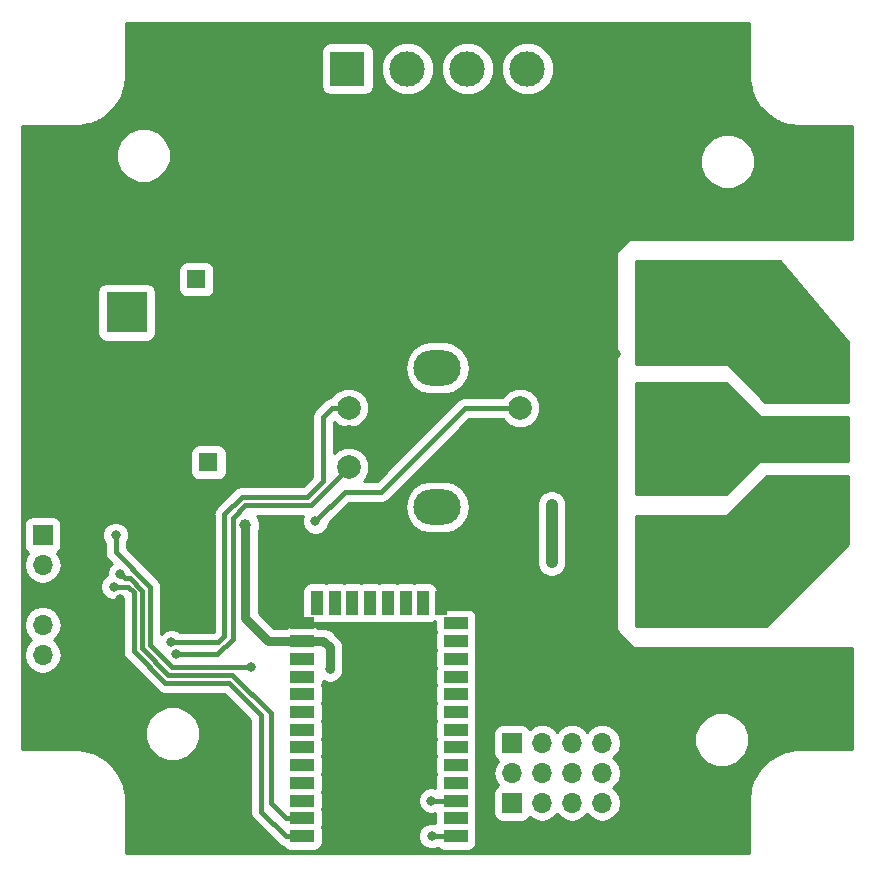
<source format=gbl>
G04 #@! TF.GenerationSoftware,KiCad,Pcbnew,(5.0.0)*
G04 #@! TF.CreationDate,2020-03-26T00:34:20-06:00*
G04 #@! TF.ProjectId,RGB_LEDController,5247425F4C4544436F6E74726F6C6C65,rev?*
G04 #@! TF.SameCoordinates,Original*
G04 #@! TF.FileFunction,Copper,L2,Bot,Signal*
G04 #@! TF.FilePolarity,Positive*
%FSLAX46Y46*%
G04 Gerber Fmt 4.6, Leading zero omitted, Abs format (unit mm)*
G04 Created by KiCad (PCBNEW (5.0.0)) date 03/26/20 00:34:20*
%MOMM*%
%LPD*%
G01*
G04 APERTURE LIST*
G04 #@! TA.AperFunction,SMDPad,CuDef*
%ADD10R,2.000000X1.000000*%
G04 #@! TD*
G04 #@! TA.AperFunction,SMDPad,CuDef*
%ADD11R,1.000000X2.000000*%
G04 #@! TD*
G04 #@! TA.AperFunction,ComponentPad*
%ADD12C,1.600000*%
G04 #@! TD*
G04 #@! TA.AperFunction,ComponentPad*
%ADD13R,1.600000X1.600000*%
G04 #@! TD*
G04 #@! TA.AperFunction,ComponentPad*
%ADD14O,1.700000X1.700000*%
G04 #@! TD*
G04 #@! TA.AperFunction,ComponentPad*
%ADD15R,1.700000X1.700000*%
G04 #@! TD*
G04 #@! TA.AperFunction,ComponentPad*
%ADD16C,2.000000*%
G04 #@! TD*
G04 #@! TA.AperFunction,ComponentPad*
%ADD17O,4.000000X3.000000*%
G04 #@! TD*
G04 #@! TA.AperFunction,ComponentPad*
%ADD18C,3.000000*%
G04 #@! TD*
G04 #@! TA.AperFunction,ComponentPad*
%ADD19R,3.000000X3.000000*%
G04 #@! TD*
G04 #@! TA.AperFunction,ComponentPad*
%ADD20R,3.500000X3.500000*%
G04 #@! TD*
G04 #@! TA.AperFunction,ViaPad*
%ADD21C,0.800000*%
G04 #@! TD*
G04 #@! TA.AperFunction,ViaPad*
%ADD22C,1.000000*%
G04 #@! TD*
G04 #@! TA.AperFunction,Conductor*
%ADD23C,1.000000*%
G04 #@! TD*
G04 #@! TA.AperFunction,Conductor*
%ADD24C,0.400000*%
G04 #@! TD*
G04 #@! TA.AperFunction,Conductor*
%ADD25C,0.800000*%
G04 #@! TD*
G04 #@! TA.AperFunction,Conductor*
%ADD26C,0.254000*%
G04 #@! TD*
G04 APERTURE END LIST*
D10*
G04 #@! TO.P,U1,1*
G04 #@! TO.N,/hc05TX*
X124470000Y-119640000D03*
G04 #@! TO.P,U1,2*
G04 #@! TO.N,/hc05RX*
X124470000Y-118140000D03*
G04 #@! TO.P,U1,3*
G04 #@! TO.N,N/C*
X124470000Y-116640000D03*
G04 #@! TO.P,U1,4*
X124470000Y-115140000D03*
G04 #@! TO.P,U1,5*
X124470000Y-113640000D03*
G04 #@! TO.P,U1,6*
X124470000Y-112140000D03*
G04 #@! TO.P,U1,7*
X124470000Y-110640000D03*
G04 #@! TO.P,U1,8*
X124470000Y-109140000D03*
G04 #@! TO.P,U1,9*
X124470000Y-107640000D03*
G04 #@! TO.P,U1,10*
X124470000Y-106140000D03*
G04 #@! TO.P,U1,11*
X124470000Y-104640000D03*
G04 #@! TO.P,U1,12*
G04 #@! TO.N,+3V3*
X124470000Y-103140000D03*
G04 #@! TO.P,U1,13*
G04 #@! TO.N,GND*
X124470000Y-101640000D03*
D11*
G04 #@! TO.P,U1,14*
G04 #@! TO.N,N/C*
X125720000Y-99890000D03*
G04 #@! TO.P,U1,15*
X127220000Y-99890000D03*
G04 #@! TO.P,U1,16*
X128720000Y-99890000D03*
G04 #@! TO.P,U1,17*
X130220000Y-99890000D03*
G04 #@! TO.P,U1,18*
X131720000Y-99890000D03*
G04 #@! TO.P,U1,19*
X133220000Y-99890000D03*
G04 #@! TO.P,U1,20*
X134720000Y-99890000D03*
G04 #@! TO.P,U1,21*
G04 #@! TO.N,GND*
X136220000Y-99890000D03*
D10*
G04 #@! TO.P,U1,22*
G04 #@! TO.N,N/C*
X137470000Y-101640000D03*
G04 #@! TO.P,U1,23*
X137470000Y-103140000D03*
G04 #@! TO.P,U1,24*
X137470000Y-104640000D03*
G04 #@! TO.P,U1,25*
X137470000Y-106140000D03*
G04 #@! TO.P,U1,26*
X137470000Y-107640000D03*
G04 #@! TO.P,U1,27*
X137470000Y-109140000D03*
G04 #@! TO.P,U1,28*
X137470000Y-110640000D03*
G04 #@! TO.P,U1,29*
X137470000Y-112140000D03*
G04 #@! TO.P,U1,30*
X137470000Y-113640000D03*
G04 #@! TO.P,U1,31*
X137470000Y-115140000D03*
G04 #@! TO.P,U1,32*
G04 #@! TO.N,/hc05STATE*
X137470000Y-116640000D03*
G04 #@! TO.P,U1,33*
G04 #@! TO.N,N/C*
X137470000Y-118140000D03*
G04 #@! TO.P,U1,34*
G04 #@! TO.N,/hc05KEY*
X137470000Y-119640000D03*
G04 #@! TD*
D12*
G04 #@! TO.P,C3,2*
G04 #@! TO.N,GND*
X113030000Y-88000000D03*
D13*
G04 #@! TO.P,C3,1*
G04 #@! TO.N,+3V3*
X116530000Y-88000000D03*
G04 #@! TD*
D14*
G04 #@! TO.P,J2,5*
G04 #@! TO.N,/PGC*
X102490000Y-104310000D03*
G04 #@! TO.P,J2,4*
G04 #@! TO.N,/PGD*
X102490000Y-101770000D03*
G04 #@! TO.P,J2,3*
G04 #@! TO.N,GND*
X102490000Y-99230000D03*
G04 #@! TO.P,J2,2*
G04 #@! TO.N,+3V3*
X102490000Y-96690000D03*
D15*
G04 #@! TO.P,J2,1*
G04 #@! TO.N,/MCLR*
X102490000Y-94150000D03*
G04 #@! TD*
D16*
G04 #@! TO.P,SW1,B*
G04 #@! TO.N,/encB*
X128410000Y-88400000D03*
G04 #@! TO.P,SW1,C*
G04 #@! TO.N,GND*
X128410000Y-85900000D03*
G04 #@! TO.P,SW1,A*
G04 #@! TO.N,/encA*
X128410000Y-83400000D03*
D17*
G04 #@! TO.P,SW1,GND*
G04 #@! TO.N,N/C*
X135910000Y-91800000D03*
X135910000Y-80000000D03*
D16*
G04 #@! TO.P,SW1,2*
G04 #@! TO.N,GND*
X142910000Y-88400000D03*
G04 #@! TO.P,SW1,1*
G04 #@! TO.N,/encSW1*
X142910000Y-83400000D03*
G04 #@! TD*
D12*
G04 #@! TO.P,C2,2*
G04 #@! TO.N,GND*
X115500000Y-69000000D03*
D13*
G04 #@! TO.P,C2,1*
G04 #@! TO.N,+12V*
X115500000Y-72500000D03*
G04 #@! TD*
D14*
G04 #@! TO.P,J3,10*
G04 #@! TO.N,GND*
X152400000Y-114300000D03*
G04 #@! TO.P,J3,9*
X152400000Y-116840000D03*
G04 #@! TO.P,J3,8*
G04 #@! TO.N,+12V*
X149860000Y-114300000D03*
G04 #@! TO.P,J3,7*
X149860000Y-116840000D03*
G04 #@! TO.P,J3,6*
G04 #@! TO.N,+3V3*
X147320000Y-114300000D03*
G04 #@! TO.P,J3,5*
X147320000Y-116840000D03*
G04 #@! TO.P,J3,4*
G04 #@! TO.N,/extern4*
X144780000Y-114300000D03*
G04 #@! TO.P,J3,3*
G04 #@! TO.N,/extern6*
X144780000Y-116840000D03*
G04 #@! TO.P,J3,2*
G04 #@! TO.N,/extern3*
X142240000Y-114300000D03*
D15*
G04 #@! TO.P,J3,1*
G04 #@! TO.N,/extern5*
X142240000Y-116840000D03*
G04 #@! TD*
D14*
G04 #@! TO.P,J4,5*
G04 #@! TO.N,GND*
X152400000Y-111760000D03*
G04 #@! TO.P,J4,4*
G04 #@! TO.N,+12V*
X149860000Y-111760000D03*
G04 #@! TO.P,J4,3*
G04 #@! TO.N,+3V3*
X147320000Y-111760000D03*
G04 #@! TO.P,J4,2*
G04 #@! TO.N,/extern2*
X144780000Y-111760000D03*
D15*
G04 #@! TO.P,J4,1*
G04 #@! TO.N,/extern1*
X142240000Y-111760000D03*
G04 #@! TD*
D18*
G04 #@! TO.P,J5,3*
G04 #@! TO.N,/Blue*
X167180000Y-91110000D03*
G04 #@! TO.P,J5,2*
G04 #@! TO.N,/Green*
X167180000Y-86030000D03*
D19*
G04 #@! TO.P,J5,1*
G04 #@! TO.N,/Red*
X167180000Y-80950000D03*
G04 #@! TD*
D18*
G04 #@! TO.P,J6,4*
G04 #@! TO.N,/tiraLED4*
X143540000Y-54670000D03*
D19*
G04 #@! TO.P,J6,1*
G04 #@! TO.N,/tiraLED1*
X128300000Y-54670000D03*
D18*
G04 #@! TO.P,J6,3*
G04 #@! TO.N,/tiraLED3*
X138460000Y-54670000D03*
G04 #@! TO.P,J6,2*
G04 #@! TO.N,/tiraLED2*
X133380000Y-54670000D03*
G04 #@! TD*
D20*
G04 #@! TO.P,J7,3*
G04 #@! TO.N,GND*
X106600000Y-80000000D03*
G04 #@! TO.P,J7,2*
X102600000Y-75300000D03*
G04 #@! TO.P,J7,1*
G04 #@! TO.N,+12V*
X109600000Y-75300000D03*
G04 #@! TD*
D21*
G04 #@! TO.N,GND*
X108880000Y-102510000D03*
X109050000Y-99570000D03*
X116530000Y-100470000D03*
X131030000Y-105000000D03*
X148800000Y-78800000D03*
X150000000Y-78800000D03*
X151000000Y-78800000D03*
X148800000Y-90000000D03*
X149800000Y-90000000D03*
X150800000Y-90000000D03*
X148800000Y-101400000D03*
X149800000Y-101400000D03*
X150800000Y-101400000D03*
X125000000Y-80000000D03*
X125000000Y-78500000D03*
X125000000Y-81500000D03*
X107400000Y-109400000D03*
X142500000Y-78790000D03*
X170600000Y-60100000D03*
X127400000Y-118200000D03*
X161800000Y-51200000D03*
D22*
G04 #@! TO.N,+12V*
X145590000Y-91580000D03*
X145590000Y-96470000D03*
D21*
G04 #@! TO.N,/Blue*
X160000000Y-99000000D03*
X160000000Y-95000000D03*
X168000000Y-95000000D03*
X162000000Y-101000000D03*
X162000000Y-97000000D03*
X164000000Y-99000000D03*
X166000000Y-97000000D03*
X164000000Y-95000000D03*
X164000000Y-91000000D03*
X170000000Y-91000000D03*
G04 #@! TO.N,/Green*
X170000000Y-86000000D03*
X160000000Y-86000000D03*
X164000000Y-86000000D03*
X160000000Y-90000000D03*
X160000000Y-82000000D03*
G04 #@! TO.N,/Red*
X166000000Y-76000000D03*
X164000000Y-74000000D03*
X162000000Y-72000000D03*
X160000000Y-74000000D03*
X162000000Y-76000000D03*
X160000000Y-78000000D03*
X164000000Y-78000000D03*
X170000000Y-80000000D03*
X164000000Y-82000000D03*
X168000000Y-78000000D03*
G04 #@! TO.N,/MCLR*
X108680000Y-94150000D03*
X120140000Y-105320000D03*
G04 #@! TO.N,/encB*
X113820000Y-104230000D03*
G04 #@! TO.N,/encA*
X113380000Y-103260000D03*
G04 #@! TO.N,/encSW1*
X125590000Y-93000000D03*
D22*
G04 #@! TO.N,+3V3*
X119660000Y-93320000D03*
D21*
X126810000Y-105540000D03*
G04 #@! TO.N,/hc05KEY*
X135440000Y-119640000D03*
G04 #@! TO.N,/hc05STATE*
X135410000Y-116640000D03*
G04 #@! TO.N,/hc05TX*
X108510000Y-98530000D03*
G04 #@! TO.N,/hc05RX*
X109060000Y-97440000D03*
G04 #@! TD*
D23*
G04 #@! TO.N,+12V*
X145590000Y-91580000D02*
X145590000Y-96470000D01*
D24*
G04 #@! TO.N,/MCLR*
X118790000Y-105320000D02*
X120140000Y-105320000D01*
X113450000Y-105320000D02*
X118790000Y-105320000D01*
X111580000Y-103450000D02*
X113450000Y-105320000D01*
X111580000Y-98520000D02*
X111580000Y-103450000D01*
X108680000Y-94150000D02*
X108680000Y-95620000D01*
X108680000Y-95620000D02*
X111580000Y-98520000D01*
G04 #@! TO.N,/encB*
X117300000Y-104230000D02*
X113820000Y-104230000D01*
X118580000Y-102950000D02*
X117300000Y-104230000D01*
X118580000Y-92700000D02*
X118580000Y-102950000D01*
X119670000Y-91610000D02*
X118580000Y-92700000D01*
X128410000Y-88400000D02*
X125200000Y-91610000D01*
X125200000Y-91610000D02*
X119670000Y-91610000D01*
G04 #@! TO.N,/encA*
X124920000Y-90960000D02*
X126260000Y-89620000D01*
X126260000Y-89620000D02*
X126260000Y-84130000D01*
X126990000Y-83400000D02*
X128410000Y-83400000D01*
X126260000Y-84130000D02*
X126990000Y-83400000D01*
X120700000Y-90960000D02*
X119350000Y-90960000D01*
X120700000Y-90960000D02*
X124920000Y-90960000D01*
X119350000Y-90960000D02*
X117890000Y-92420000D01*
X117890000Y-92420000D02*
X117890000Y-102750000D01*
X117380000Y-103260000D02*
X113380000Y-103260000D01*
X117890000Y-102750000D02*
X117380000Y-103260000D01*
G04 #@! TO.N,/encSW1*
X125590000Y-93000000D02*
X128090000Y-90500000D01*
X128090000Y-90500000D02*
X131150000Y-90500000D01*
X138250000Y-83400000D02*
X142910000Y-83400000D01*
X131150000Y-90500000D02*
X138250000Y-83400000D01*
D25*
G04 #@! TO.N,+3V3*
X121610000Y-103140000D02*
X119660000Y-101190000D01*
X124470000Y-103140000D02*
X121610000Y-103140000D01*
X119660000Y-93320000D02*
X119660000Y-101190000D01*
X126810000Y-104974315D02*
X126810000Y-105540000D01*
X126810000Y-103680000D02*
X126810000Y-104974315D01*
X126270000Y-103140000D02*
X126810000Y-103680000D01*
X124470000Y-103140000D02*
X126270000Y-103140000D01*
D24*
G04 #@! TO.N,/hc05KEY*
X137470000Y-119640000D02*
X135440000Y-119640000D01*
G04 #@! TO.N,/hc05STATE*
X137470000Y-116640000D02*
X135410000Y-116640000D01*
G04 #@! TO.N,/hc05TX*
X118260000Y-106660000D02*
X121000000Y-109400000D01*
X112890000Y-106660000D02*
X118260000Y-106660000D01*
X108510000Y-98530000D02*
X109720000Y-98530000D01*
X109720000Y-98530000D02*
X110210000Y-99020000D01*
X110210000Y-99020000D02*
X110210000Y-103980000D01*
X110210000Y-103980000D02*
X112890000Y-106660000D01*
X121000000Y-117570000D02*
X121000000Y-116680000D01*
X123070000Y-119640000D02*
X121000000Y-117570000D01*
X124470000Y-119640000D02*
X123070000Y-119640000D01*
X121000000Y-109400000D02*
X121000000Y-116680000D01*
G04 #@! TO.N,/hc05RX*
X118570000Y-105970000D02*
X121800000Y-109200000D01*
X113140000Y-105970000D02*
X118570000Y-105970000D01*
X109060000Y-97440000D02*
X109459999Y-97839999D01*
X109459999Y-97839999D02*
X109878541Y-97839999D01*
X109878541Y-97839999D02*
X110900000Y-98861458D01*
X110900000Y-103730000D02*
X113140000Y-105970000D01*
X110900000Y-98861458D02*
X110900000Y-103730000D01*
X123070000Y-118140000D02*
X121800000Y-116870000D01*
X124470000Y-118140000D02*
X123070000Y-118140000D01*
X121800000Y-116870000D02*
X121800000Y-116830000D01*
X121800000Y-109200000D02*
X121800000Y-116830000D01*
G04 #@! TD*
D26*
G04 #@! TO.N,/Green*
G36*
X163110197Y-84089803D02*
X163151399Y-84117333D01*
X163200000Y-84127000D01*
X170654201Y-84127000D01*
X170654200Y-87873000D01*
X163200000Y-87873000D01*
X163151399Y-87882667D01*
X163110197Y-87910197D01*
X160347394Y-90673000D01*
X152727000Y-90673000D01*
X152727000Y-81327000D01*
X160347394Y-81327000D01*
X163110197Y-84089803D01*
X163110197Y-84089803D01*
G37*
X163110197Y-84089803D02*
X163151399Y-84117333D01*
X163200000Y-84127000D01*
X170654201Y-84127000D01*
X170654200Y-87873000D01*
X163200000Y-87873000D01*
X163151399Y-87882667D01*
X163110197Y-87910197D01*
X160347394Y-90673000D01*
X152727000Y-90673000D01*
X152727000Y-81327000D01*
X160347394Y-81327000D01*
X163110197Y-84089803D01*
G04 #@! TO.N,/Blue*
G36*
X170654200Y-94946194D02*
X163727394Y-101873000D01*
X152727000Y-101873000D01*
X152727000Y-92527000D01*
X160400000Y-92527000D01*
X160448601Y-92517333D01*
X160489803Y-92489803D01*
X163852606Y-89127000D01*
X170654200Y-89127000D01*
X170654200Y-94946194D01*
X170654200Y-94946194D01*
G37*
X170654200Y-94946194D02*
X163727394Y-101873000D01*
X152727000Y-101873000D01*
X152727000Y-92527000D01*
X160400000Y-92527000D01*
X160448601Y-92517333D01*
X160489803Y-92489803D01*
X163852606Y-89127000D01*
X170654200Y-89127000D01*
X170654200Y-94946194D01*
G04 #@! TO.N,/Red*
G36*
X170654201Y-77783421D02*
X170654201Y-82873000D01*
X163652606Y-82873000D01*
X160489803Y-79710197D01*
X160448601Y-79682667D01*
X160400000Y-79673000D01*
X152727000Y-79673000D01*
X152727000Y-70927000D01*
X164940517Y-70927000D01*
X170654201Y-77783421D01*
X170654201Y-77783421D01*
G37*
X170654201Y-77783421D02*
X170654201Y-82873000D01*
X163652606Y-82873000D01*
X160489803Y-79710197D01*
X160448601Y-79682667D01*
X160400000Y-79673000D01*
X152727000Y-79673000D01*
X152727000Y-70927000D01*
X164940517Y-70927000D01*
X170654201Y-77783421D01*
G04 #@! TO.N,GND*
G36*
X162291200Y-55336525D02*
X162295428Y-55357782D01*
X162298760Y-55477069D01*
X162300054Y-55486519D01*
X162299522Y-55496041D01*
X162308890Y-55582280D01*
X162432364Y-56328123D01*
X162443318Y-56367354D01*
X162449829Y-56407556D01*
X162477497Y-56489771D01*
X162758249Y-57191702D01*
X162777369Y-57227662D01*
X162792363Y-57265533D01*
X162837041Y-57339889D01*
X163261974Y-57965158D01*
X163288368Y-57996171D01*
X163311146Y-58029941D01*
X163370749Y-58092968D01*
X163920036Y-58612403D01*
X163952477Y-58637027D01*
X163981973Y-58665116D01*
X164053719Y-58713874D01*
X164701734Y-59103241D01*
X164738709Y-59120325D01*
X164773543Y-59141422D01*
X164854086Y-59173637D01*
X165570594Y-59414769D01*
X165610370Y-59423514D01*
X165648929Y-59436641D01*
X165734507Y-59450807D01*
X165734510Y-59450808D01*
X165734511Y-59450808D01*
X166484890Y-59532325D01*
X166523474Y-59540000D01*
X171054201Y-59540000D01*
X171054201Y-69073000D01*
X152200000Y-69073000D01*
X152151399Y-69082667D01*
X152110197Y-69110197D01*
X151110197Y-70110197D01*
X151082667Y-70151399D01*
X151073000Y-70200000D01*
X151073000Y-102200000D01*
X151082667Y-102248601D01*
X151110197Y-102289803D01*
X152510197Y-103689803D01*
X152551399Y-103717333D01*
X152600000Y-103727000D01*
X171054200Y-103727000D01*
X171054200Y-112291200D01*
X166513474Y-112291200D01*
X166495484Y-112294778D01*
X166352931Y-112298760D01*
X166343481Y-112300054D01*
X166333959Y-112299522D01*
X166247720Y-112308891D01*
X165501876Y-112432364D01*
X165462642Y-112443319D01*
X165422444Y-112449829D01*
X165340228Y-112477497D01*
X164638298Y-112758249D01*
X164602333Y-112777372D01*
X164564467Y-112792364D01*
X164490118Y-112837038D01*
X164490110Y-112837042D01*
X164490111Y-112837042D01*
X163864841Y-113261974D01*
X163833822Y-113288374D01*
X163800059Y-113311147D01*
X163737031Y-113370749D01*
X163217597Y-113920036D01*
X163192977Y-113952472D01*
X163164884Y-113981972D01*
X163116126Y-114053719D01*
X162726760Y-114701734D01*
X162709678Y-114738703D01*
X162688578Y-114773543D01*
X162656363Y-114854086D01*
X162415231Y-115570594D01*
X162406486Y-115610370D01*
X162393359Y-115648929D01*
X162379192Y-115734510D01*
X162298623Y-116476160D01*
X162291201Y-116513474D01*
X162291200Y-121054200D01*
X109540000Y-121054200D01*
X109540000Y-116523474D01*
X109535351Y-116500099D01*
X109531240Y-116352931D01*
X109529946Y-116343481D01*
X109530478Y-116333959D01*
X109521109Y-116247720D01*
X109397636Y-115501876D01*
X109386681Y-115462642D01*
X109380171Y-115422444D01*
X109352503Y-115340228D01*
X109071751Y-114638298D01*
X109052628Y-114602333D01*
X109037636Y-114564467D01*
X108992958Y-114490111D01*
X108568026Y-113864841D01*
X108541626Y-113833822D01*
X108518853Y-113800059D01*
X108459251Y-113737031D01*
X107909964Y-113217597D01*
X107877528Y-113192977D01*
X107848028Y-113164884D01*
X107776281Y-113116126D01*
X107128266Y-112726760D01*
X107091297Y-112709678D01*
X107056457Y-112688578D01*
X106975914Y-112656363D01*
X106259406Y-112415231D01*
X106219630Y-112406486D01*
X106181071Y-112393359D01*
X106095490Y-112379192D01*
X105419952Y-112305805D01*
X105346526Y-112291200D01*
X100777000Y-112291200D01*
X100777000Y-110537131D01*
X111173000Y-110537131D01*
X111173000Y-111462869D01*
X111527264Y-112318140D01*
X112181860Y-112972736D01*
X113037131Y-113327000D01*
X113962869Y-113327000D01*
X114818140Y-112972736D01*
X115472736Y-112318140D01*
X115827000Y-111462869D01*
X115827000Y-110537131D01*
X115472736Y-109681860D01*
X114818140Y-109027264D01*
X113962869Y-108673000D01*
X113037131Y-108673000D01*
X112181860Y-109027264D01*
X111527264Y-109681860D01*
X111173000Y-110537131D01*
X100777000Y-110537131D01*
X100777000Y-101770000D01*
X100882105Y-101770000D01*
X101004499Y-102385315D01*
X101353047Y-102906953D01*
X101552166Y-103040000D01*
X101353047Y-103173047D01*
X101004499Y-103694685D01*
X100882105Y-104310000D01*
X101004499Y-104925315D01*
X101353047Y-105446953D01*
X101874685Y-105795501D01*
X102334681Y-105887000D01*
X102645319Y-105887000D01*
X103105315Y-105795501D01*
X103626953Y-105446953D01*
X103975501Y-104925315D01*
X104097895Y-104310000D01*
X103975501Y-103694685D01*
X103626953Y-103173047D01*
X103427834Y-103040000D01*
X103626953Y-102906953D01*
X103975501Y-102385315D01*
X104097895Y-101770000D01*
X103975501Y-101154685D01*
X103626953Y-100633047D01*
X103105315Y-100284499D01*
X102645319Y-100193000D01*
X102334681Y-100193000D01*
X101874685Y-100284499D01*
X101353047Y-100633047D01*
X101004499Y-101154685D01*
X100882105Y-101770000D01*
X100777000Y-101770000D01*
X100777000Y-98305826D01*
X107383000Y-98305826D01*
X107383000Y-98754174D01*
X107554576Y-99168394D01*
X107871606Y-99485424D01*
X108285826Y-99657000D01*
X108734174Y-99657000D01*
X109148394Y-99485424D01*
X109176818Y-99457000D01*
X109283000Y-99457000D01*
X109283001Y-103888695D01*
X109264839Y-103980000D01*
X109336786Y-104341697D01*
X109411941Y-104454174D01*
X109541671Y-104648330D01*
X109619073Y-104700049D01*
X112169951Y-107250927D01*
X112221670Y-107328330D01*
X112299072Y-107380048D01*
X112528301Y-107533214D01*
X112528302Y-107533214D01*
X112528303Y-107533215D01*
X112798698Y-107587000D01*
X112889999Y-107605161D01*
X112981300Y-107587000D01*
X117876025Y-107587000D01*
X120073000Y-109783976D01*
X120073001Y-116588698D01*
X120073000Y-117478699D01*
X120054839Y-117570000D01*
X120073000Y-117661300D01*
X120073000Y-117661301D01*
X120126785Y-117931696D01*
X120331670Y-118238330D01*
X120409075Y-118290051D01*
X122349951Y-120230927D01*
X122401670Y-120308330D01*
X122708303Y-120513215D01*
X122865976Y-120544578D01*
X122945863Y-120664137D01*
X123186339Y-120824818D01*
X123470000Y-120881242D01*
X125470000Y-120881242D01*
X125753661Y-120824818D01*
X125994137Y-120664137D01*
X126154818Y-120423661D01*
X126211242Y-120140000D01*
X126211242Y-119140000D01*
X126161514Y-118890000D01*
X126211242Y-118640000D01*
X126211242Y-117640000D01*
X126161514Y-117390000D01*
X126211242Y-117140000D01*
X126211242Y-116140000D01*
X126161514Y-115890000D01*
X126211242Y-115640000D01*
X126211242Y-114640000D01*
X126161514Y-114390000D01*
X126211242Y-114140000D01*
X126211242Y-113140000D01*
X126161514Y-112890000D01*
X126211242Y-112640000D01*
X126211242Y-111640000D01*
X126161514Y-111390000D01*
X126211242Y-111140000D01*
X126211242Y-110140000D01*
X126161514Y-109890000D01*
X126211242Y-109640000D01*
X126211242Y-108640000D01*
X126161514Y-108390000D01*
X126211242Y-108140000D01*
X126211242Y-107140000D01*
X126161514Y-106890000D01*
X126211242Y-106640000D01*
X126211242Y-106511842D01*
X126276166Y-106538734D01*
X126370268Y-106601611D01*
X126481267Y-106623690D01*
X126585826Y-106667000D01*
X126699001Y-106667000D01*
X126810000Y-106689079D01*
X126920999Y-106667000D01*
X127034174Y-106667000D01*
X127138733Y-106623690D01*
X127249733Y-106601611D01*
X127343836Y-106538733D01*
X127448394Y-106495424D01*
X127528418Y-106415400D01*
X127622522Y-106352522D01*
X127685400Y-106258418D01*
X127765424Y-106178394D01*
X127808734Y-106073834D01*
X127871611Y-105979732D01*
X127893690Y-105868734D01*
X127937000Y-105764174D01*
X127937000Y-103790997D01*
X127959079Y-103679999D01*
X127907030Y-103418330D01*
X127871611Y-103240267D01*
X127622522Y-102867478D01*
X127528418Y-102804600D01*
X127145400Y-102421582D01*
X127082522Y-102327478D01*
X126709733Y-102078389D01*
X126380999Y-102013000D01*
X126380998Y-102013000D01*
X126270000Y-101990921D01*
X126159002Y-102013000D01*
X125840192Y-102013000D01*
X125753661Y-101955182D01*
X125470000Y-101898758D01*
X123470000Y-101898758D01*
X123186339Y-101955182D01*
X123099808Y-102013000D01*
X122076819Y-102013000D01*
X120787000Y-100723182D01*
X120787000Y-98890000D01*
X124478758Y-98890000D01*
X124478758Y-100890000D01*
X124535182Y-101173661D01*
X124695863Y-101414137D01*
X124936339Y-101574818D01*
X125220000Y-101631242D01*
X126220000Y-101631242D01*
X126470000Y-101581514D01*
X126720000Y-101631242D01*
X127720000Y-101631242D01*
X127970000Y-101581514D01*
X128220000Y-101631242D01*
X129220000Y-101631242D01*
X129470000Y-101581514D01*
X129720000Y-101631242D01*
X130720000Y-101631242D01*
X130970000Y-101581514D01*
X131220000Y-101631242D01*
X132220000Y-101631242D01*
X132470000Y-101581514D01*
X132720000Y-101631242D01*
X133720000Y-101631242D01*
X133970000Y-101581514D01*
X134220000Y-101631242D01*
X135220000Y-101631242D01*
X135503661Y-101574818D01*
X135728758Y-101424413D01*
X135728758Y-102140000D01*
X135778486Y-102390000D01*
X135728758Y-102640000D01*
X135728758Y-103640000D01*
X135778486Y-103890000D01*
X135728758Y-104140000D01*
X135728758Y-105140000D01*
X135778486Y-105390000D01*
X135728758Y-105640000D01*
X135728758Y-106640000D01*
X135778486Y-106890000D01*
X135728758Y-107140000D01*
X135728758Y-108140000D01*
X135778486Y-108390000D01*
X135728758Y-108640000D01*
X135728758Y-109640000D01*
X135778486Y-109890000D01*
X135728758Y-110140000D01*
X135728758Y-111140000D01*
X135778486Y-111390000D01*
X135728758Y-111640000D01*
X135728758Y-112640000D01*
X135778486Y-112890000D01*
X135728758Y-113140000D01*
X135728758Y-114140000D01*
X135778486Y-114390000D01*
X135728758Y-114640000D01*
X135728758Y-115552178D01*
X135634174Y-115513000D01*
X135185826Y-115513000D01*
X134771606Y-115684576D01*
X134454576Y-116001606D01*
X134283000Y-116415826D01*
X134283000Y-116864174D01*
X134454576Y-117278394D01*
X134771606Y-117595424D01*
X135185826Y-117767000D01*
X135634174Y-117767000D01*
X135728758Y-117727822D01*
X135728758Y-118539752D01*
X135664174Y-118513000D01*
X135215826Y-118513000D01*
X134801606Y-118684576D01*
X134484576Y-119001606D01*
X134313000Y-119415826D01*
X134313000Y-119864174D01*
X134484576Y-120278394D01*
X134801606Y-120595424D01*
X135215826Y-120767000D01*
X135664174Y-120767000D01*
X135938632Y-120653315D01*
X135945863Y-120664137D01*
X136186339Y-120824818D01*
X136470000Y-120881242D01*
X138470000Y-120881242D01*
X138753661Y-120824818D01*
X138994137Y-120664137D01*
X139154818Y-120423661D01*
X139211242Y-120140000D01*
X139211242Y-119140000D01*
X139161514Y-118890000D01*
X139211242Y-118640000D01*
X139211242Y-117640000D01*
X139161514Y-117390000D01*
X139211242Y-117140000D01*
X139211242Y-116140000D01*
X139161514Y-115890000D01*
X139211242Y-115640000D01*
X139211242Y-114640000D01*
X139161514Y-114390000D01*
X139179416Y-114300000D01*
X140632105Y-114300000D01*
X140754499Y-114915315D01*
X141043193Y-115347375D01*
X140865863Y-115465863D01*
X140705182Y-115706339D01*
X140648758Y-115990000D01*
X140648758Y-117690000D01*
X140705182Y-117973661D01*
X140865863Y-118214137D01*
X141106339Y-118374818D01*
X141390000Y-118431242D01*
X143090000Y-118431242D01*
X143373661Y-118374818D01*
X143614137Y-118214137D01*
X143732625Y-118036807D01*
X144164685Y-118325501D01*
X144624681Y-118417000D01*
X144935319Y-118417000D01*
X145395315Y-118325501D01*
X145916953Y-117976953D01*
X146050000Y-117777834D01*
X146183047Y-117976953D01*
X146704685Y-118325501D01*
X147164681Y-118417000D01*
X147475319Y-118417000D01*
X147935315Y-118325501D01*
X148456953Y-117976953D01*
X148590000Y-117777834D01*
X148723047Y-117976953D01*
X149244685Y-118325501D01*
X149704681Y-118417000D01*
X150015319Y-118417000D01*
X150475315Y-118325501D01*
X150996953Y-117976953D01*
X151345501Y-117455315D01*
X151467895Y-116840000D01*
X151345501Y-116224685D01*
X150996953Y-115703047D01*
X150797834Y-115570000D01*
X150996953Y-115436953D01*
X151345501Y-114915315D01*
X151467895Y-114300000D01*
X151345501Y-113684685D01*
X150996953Y-113163047D01*
X150797834Y-113030000D01*
X150996953Y-112896953D01*
X151345501Y-112375315D01*
X151467895Y-111760000D01*
X151345501Y-111144685D01*
X151273636Y-111037131D01*
X157673000Y-111037131D01*
X157673000Y-111962869D01*
X158027264Y-112818140D01*
X158681860Y-113472736D01*
X159537131Y-113827000D01*
X160462869Y-113827000D01*
X161318140Y-113472736D01*
X161972736Y-112818140D01*
X162327000Y-111962869D01*
X162327000Y-111037131D01*
X161972736Y-110181860D01*
X161318140Y-109527264D01*
X160462869Y-109173000D01*
X159537131Y-109173000D01*
X158681860Y-109527264D01*
X158027264Y-110181860D01*
X157673000Y-111037131D01*
X151273636Y-111037131D01*
X150996953Y-110623047D01*
X150475315Y-110274499D01*
X150015319Y-110183000D01*
X149704681Y-110183000D01*
X149244685Y-110274499D01*
X148723047Y-110623047D01*
X148590000Y-110822166D01*
X148456953Y-110623047D01*
X147935315Y-110274499D01*
X147475319Y-110183000D01*
X147164681Y-110183000D01*
X146704685Y-110274499D01*
X146183047Y-110623047D01*
X146050000Y-110822166D01*
X145916953Y-110623047D01*
X145395315Y-110274499D01*
X144935319Y-110183000D01*
X144624681Y-110183000D01*
X144164685Y-110274499D01*
X143732625Y-110563193D01*
X143614137Y-110385863D01*
X143373661Y-110225182D01*
X143090000Y-110168758D01*
X141390000Y-110168758D01*
X141106339Y-110225182D01*
X140865863Y-110385863D01*
X140705182Y-110626339D01*
X140648758Y-110910000D01*
X140648758Y-112610000D01*
X140705182Y-112893661D01*
X140865863Y-113134137D01*
X141043193Y-113252625D01*
X140754499Y-113684685D01*
X140632105Y-114300000D01*
X139179416Y-114300000D01*
X139211242Y-114140000D01*
X139211242Y-113140000D01*
X139161514Y-112890000D01*
X139211242Y-112640000D01*
X139211242Y-111640000D01*
X139161514Y-111390000D01*
X139211242Y-111140000D01*
X139211242Y-110140000D01*
X139161514Y-109890000D01*
X139211242Y-109640000D01*
X139211242Y-108640000D01*
X139161514Y-108390000D01*
X139211242Y-108140000D01*
X139211242Y-107140000D01*
X139161514Y-106890000D01*
X139211242Y-106640000D01*
X139211242Y-105640000D01*
X139161514Y-105390000D01*
X139211242Y-105140000D01*
X139211242Y-104140000D01*
X139161514Y-103890000D01*
X139211242Y-103640000D01*
X139211242Y-102640000D01*
X139161514Y-102390000D01*
X139211242Y-102140000D01*
X139211242Y-101140000D01*
X139154818Y-100856339D01*
X138994137Y-100615863D01*
X138753661Y-100455182D01*
X138470000Y-100398758D01*
X136470000Y-100398758D01*
X136186339Y-100455182D01*
X135961242Y-100605587D01*
X135961242Y-98890000D01*
X135904818Y-98606339D01*
X135744137Y-98365863D01*
X135503661Y-98205182D01*
X135220000Y-98148758D01*
X134220000Y-98148758D01*
X133970000Y-98198486D01*
X133720000Y-98148758D01*
X132720000Y-98148758D01*
X132470000Y-98198486D01*
X132220000Y-98148758D01*
X131220000Y-98148758D01*
X130970000Y-98198486D01*
X130720000Y-98148758D01*
X129720000Y-98148758D01*
X129470000Y-98198486D01*
X129220000Y-98148758D01*
X128220000Y-98148758D01*
X127970000Y-98198486D01*
X127720000Y-98148758D01*
X126720000Y-98148758D01*
X126470000Y-98198486D01*
X126220000Y-98148758D01*
X125220000Y-98148758D01*
X124936339Y-98205182D01*
X124695863Y-98365863D01*
X124535182Y-98606339D01*
X124478758Y-98890000D01*
X120787000Y-98890000D01*
X120787000Y-93805486D01*
X120887000Y-93564065D01*
X120887000Y-93075935D01*
X120700200Y-92624961D01*
X120612239Y-92537000D01*
X124561925Y-92537000D01*
X124463000Y-92775826D01*
X124463000Y-93224174D01*
X124634576Y-93638394D01*
X124951606Y-93955424D01*
X125365826Y-94127000D01*
X125814174Y-94127000D01*
X126228394Y-93955424D01*
X126545424Y-93638394D01*
X126717000Y-93224174D01*
X126717000Y-93183975D01*
X128100975Y-91800000D01*
X133139371Y-91800000D01*
X133312212Y-92668932D01*
X133804423Y-93405577D01*
X134541068Y-93897788D01*
X135190662Y-94027000D01*
X136629338Y-94027000D01*
X137278932Y-93897788D01*
X138015577Y-93405577D01*
X138507788Y-92668932D01*
X138680629Y-91800000D01*
X138588321Y-91335935D01*
X144363000Y-91335935D01*
X144363000Y-91459154D01*
X144363001Y-96225933D01*
X144363000Y-96225935D01*
X144363000Y-96714065D01*
X144410156Y-96827909D01*
X144434193Y-96948752D01*
X144502645Y-97051198D01*
X144549800Y-97165039D01*
X144636931Y-97252170D01*
X144705384Y-97354617D01*
X144807831Y-97423070D01*
X144894961Y-97510200D01*
X145008801Y-97557354D01*
X145111249Y-97625808D01*
X145232095Y-97649846D01*
X145345935Y-97697000D01*
X145469153Y-97697000D01*
X145590000Y-97721038D01*
X145710847Y-97697000D01*
X145834065Y-97697000D01*
X145947904Y-97649846D01*
X146068752Y-97625808D01*
X146171202Y-97557353D01*
X146285039Y-97510200D01*
X146372167Y-97423072D01*
X146474617Y-97354617D01*
X146543072Y-97252167D01*
X146630200Y-97165039D01*
X146677353Y-97051202D01*
X146745808Y-96948752D01*
X146769846Y-96827904D01*
X146817000Y-96714065D01*
X146817000Y-91335935D01*
X146769846Y-91222096D01*
X146745808Y-91101248D01*
X146677353Y-90998798D01*
X146630200Y-90884961D01*
X146543072Y-90797833D01*
X146474617Y-90695383D01*
X146372167Y-90626928D01*
X146285039Y-90539800D01*
X146171200Y-90492646D01*
X146068751Y-90424192D01*
X145947905Y-90400154D01*
X145834065Y-90353000D01*
X145710847Y-90353000D01*
X145590000Y-90328962D01*
X145469153Y-90353000D01*
X145345935Y-90353000D01*
X145232096Y-90400154D01*
X145111248Y-90424192D01*
X145008798Y-90492647D01*
X144894961Y-90539800D01*
X144807833Y-90626928D01*
X144705383Y-90695383D01*
X144636928Y-90797833D01*
X144549800Y-90884961D01*
X144502646Y-90998800D01*
X144434192Y-91101249D01*
X144410154Y-91222095D01*
X144363000Y-91335935D01*
X138588321Y-91335935D01*
X138507788Y-90931068D01*
X138015577Y-90194423D01*
X137278932Y-89702212D01*
X136629338Y-89573000D01*
X135190662Y-89573000D01*
X134541068Y-89702212D01*
X133804423Y-90194423D01*
X133312212Y-90931068D01*
X133139371Y-91800000D01*
X128100975Y-91800000D01*
X128473976Y-91427000D01*
X131058700Y-91427000D01*
X131150000Y-91445161D01*
X131241300Y-91427000D01*
X131241302Y-91427000D01*
X131511697Y-91373215D01*
X131818330Y-91168330D01*
X131870051Y-91090924D01*
X138633976Y-84327000D01*
X141424685Y-84327000D01*
X141445920Y-84378267D01*
X141931733Y-84864080D01*
X142566478Y-85127000D01*
X143253522Y-85127000D01*
X143888267Y-84864080D01*
X144374080Y-84378267D01*
X144637000Y-83743522D01*
X144637000Y-83056478D01*
X144374080Y-82421733D01*
X143888267Y-81935920D01*
X143253522Y-81673000D01*
X142566478Y-81673000D01*
X141931733Y-81935920D01*
X141445920Y-82421733D01*
X141424685Y-82473000D01*
X138341300Y-82473000D01*
X138249999Y-82454839D01*
X138158698Y-82473000D01*
X137888303Y-82526785D01*
X137888302Y-82526786D01*
X137888301Y-82526786D01*
X137746233Y-82621713D01*
X137581670Y-82731670D01*
X137529951Y-82809073D01*
X130766025Y-89573000D01*
X129679347Y-89573000D01*
X129874080Y-89378267D01*
X130137000Y-88743522D01*
X130137000Y-88056478D01*
X129874080Y-87421733D01*
X129388267Y-86935920D01*
X128753522Y-86673000D01*
X128066478Y-86673000D01*
X127431733Y-86935920D01*
X127187000Y-87180653D01*
X127187000Y-84619347D01*
X127431733Y-84864080D01*
X128066478Y-85127000D01*
X128753522Y-85127000D01*
X129388267Y-84864080D01*
X129874080Y-84378267D01*
X130137000Y-83743522D01*
X130137000Y-83056478D01*
X129874080Y-82421733D01*
X129388267Y-81935920D01*
X128753522Y-81673000D01*
X128066478Y-81673000D01*
X127431733Y-81935920D01*
X126945920Y-82421733D01*
X126927018Y-82467367D01*
X126898699Y-82473000D01*
X126898698Y-82473000D01*
X126628303Y-82526785D01*
X126321670Y-82731670D01*
X126269951Y-82809073D01*
X125669073Y-83409952D01*
X125591671Y-83461670D01*
X125539952Y-83539073D01*
X125386786Y-83768303D01*
X125314839Y-84130000D01*
X125333001Y-84221305D01*
X125333000Y-89236024D01*
X124536025Y-90033000D01*
X119441300Y-90033000D01*
X119350000Y-90014839D01*
X119258699Y-90033000D01*
X119258698Y-90033000D01*
X118988303Y-90086785D01*
X118681670Y-90291670D01*
X118629951Y-90369073D01*
X117299075Y-91699950D01*
X117221670Y-91751670D01*
X117016785Y-92058304D01*
X116973019Y-92278330D01*
X116944839Y-92420000D01*
X116963000Y-92511300D01*
X116963001Y-102333000D01*
X114046818Y-102333000D01*
X114018394Y-102304576D01*
X113604174Y-102133000D01*
X113155826Y-102133000D01*
X112741606Y-102304576D01*
X112507000Y-102539182D01*
X112507000Y-98611300D01*
X112525161Y-98519999D01*
X112494501Y-98365863D01*
X112453215Y-98158303D01*
X112446838Y-98148758D01*
X112300048Y-97929072D01*
X112248330Y-97851670D01*
X112170928Y-97799952D01*
X109607000Y-95236025D01*
X109607000Y-94816818D01*
X109635424Y-94788394D01*
X109807000Y-94374174D01*
X109807000Y-93925826D01*
X109635424Y-93511606D01*
X109318394Y-93194576D01*
X108904174Y-93023000D01*
X108455826Y-93023000D01*
X108041606Y-93194576D01*
X107724576Y-93511606D01*
X107553000Y-93925826D01*
X107553000Y-94374174D01*
X107724576Y-94788394D01*
X107753000Y-94816818D01*
X107753001Y-95528695D01*
X107734839Y-95620000D01*
X107785165Y-95873000D01*
X107806786Y-95981697D01*
X108011671Y-96288330D01*
X108089073Y-96340049D01*
X108327603Y-96578579D01*
X108104576Y-96801606D01*
X107933000Y-97215826D01*
X107933000Y-97549146D01*
X107871606Y-97574576D01*
X107554576Y-97891606D01*
X107383000Y-98305826D01*
X100777000Y-98305826D01*
X100777000Y-96690000D01*
X100882105Y-96690000D01*
X101004499Y-97305315D01*
X101353047Y-97826953D01*
X101874685Y-98175501D01*
X102334681Y-98267000D01*
X102645319Y-98267000D01*
X103105315Y-98175501D01*
X103626953Y-97826953D01*
X103975501Y-97305315D01*
X104097895Y-96690000D01*
X103975501Y-96074685D01*
X103686807Y-95642625D01*
X103864137Y-95524137D01*
X104024818Y-95283661D01*
X104081242Y-95000000D01*
X104081242Y-93300000D01*
X104024818Y-93016339D01*
X103864137Y-92775863D01*
X103623661Y-92615182D01*
X103340000Y-92558758D01*
X101640000Y-92558758D01*
X101356339Y-92615182D01*
X101115863Y-92775863D01*
X100955182Y-93016339D01*
X100898758Y-93300000D01*
X100898758Y-95000000D01*
X100955182Y-95283661D01*
X101115863Y-95524137D01*
X101293193Y-95642625D01*
X101004499Y-96074685D01*
X100882105Y-96690000D01*
X100777000Y-96690000D01*
X100777000Y-87200000D01*
X114988758Y-87200000D01*
X114988758Y-88800000D01*
X115045182Y-89083661D01*
X115205863Y-89324137D01*
X115446339Y-89484818D01*
X115730000Y-89541242D01*
X117330000Y-89541242D01*
X117613661Y-89484818D01*
X117854137Y-89324137D01*
X118014818Y-89083661D01*
X118071242Y-88800000D01*
X118071242Y-87200000D01*
X118014818Y-86916339D01*
X117854137Y-86675863D01*
X117613661Y-86515182D01*
X117330000Y-86458758D01*
X115730000Y-86458758D01*
X115446339Y-86515182D01*
X115205863Y-86675863D01*
X115045182Y-86916339D01*
X114988758Y-87200000D01*
X100777000Y-87200000D01*
X100777000Y-80000000D01*
X133139371Y-80000000D01*
X133312212Y-80868932D01*
X133804423Y-81605577D01*
X134541068Y-82097788D01*
X135190662Y-82227000D01*
X136629338Y-82227000D01*
X137278932Y-82097788D01*
X138015577Y-81605577D01*
X138507788Y-80868932D01*
X138680629Y-80000000D01*
X138507788Y-79131068D01*
X138015577Y-78394423D01*
X137278932Y-77902212D01*
X136629338Y-77773000D01*
X135190662Y-77773000D01*
X134541068Y-77902212D01*
X133804423Y-78394423D01*
X133312212Y-79131068D01*
X133139371Y-80000000D01*
X100777000Y-80000000D01*
X100777000Y-73550000D01*
X107108758Y-73550000D01*
X107108758Y-77050000D01*
X107165182Y-77333661D01*
X107325863Y-77574137D01*
X107566339Y-77734818D01*
X107850000Y-77791242D01*
X111350000Y-77791242D01*
X111633661Y-77734818D01*
X111874137Y-77574137D01*
X112034818Y-77333661D01*
X112091242Y-77050000D01*
X112091242Y-73550000D01*
X112034818Y-73266339D01*
X111874137Y-73025863D01*
X111633661Y-72865182D01*
X111350000Y-72808758D01*
X107850000Y-72808758D01*
X107566339Y-72865182D01*
X107325863Y-73025863D01*
X107165182Y-73266339D01*
X107108758Y-73550000D01*
X100777000Y-73550000D01*
X100777000Y-71700000D01*
X113958758Y-71700000D01*
X113958758Y-73300000D01*
X114015182Y-73583661D01*
X114175863Y-73824137D01*
X114416339Y-73984818D01*
X114700000Y-74041242D01*
X116300000Y-74041242D01*
X116583661Y-73984818D01*
X116824137Y-73824137D01*
X116984818Y-73583661D01*
X117041242Y-73300000D01*
X117041242Y-71700000D01*
X116984818Y-71416339D01*
X116824137Y-71175863D01*
X116583661Y-71015182D01*
X116300000Y-70958758D01*
X114700000Y-70958758D01*
X114416339Y-71015182D01*
X114175863Y-71175863D01*
X114015182Y-71416339D01*
X113958758Y-71700000D01*
X100777000Y-71700000D01*
X100777000Y-61537131D01*
X108673000Y-61537131D01*
X108673000Y-62462869D01*
X109027264Y-63318140D01*
X109681860Y-63972736D01*
X110537131Y-64327000D01*
X111462869Y-64327000D01*
X112318140Y-63972736D01*
X112972736Y-63318140D01*
X113327000Y-62462869D01*
X113327000Y-62037131D01*
X158173000Y-62037131D01*
X158173000Y-62962869D01*
X158527264Y-63818140D01*
X159181860Y-64472736D01*
X160037131Y-64827000D01*
X160962869Y-64827000D01*
X161818140Y-64472736D01*
X162472736Y-63818140D01*
X162827000Y-62962869D01*
X162827000Y-62037131D01*
X162472736Y-61181860D01*
X161818140Y-60527264D01*
X160962869Y-60173000D01*
X160037131Y-60173000D01*
X159181860Y-60527264D01*
X158527264Y-61181860D01*
X158173000Y-62037131D01*
X113327000Y-62037131D01*
X113327000Y-61537131D01*
X112972736Y-60681860D01*
X112318140Y-60027264D01*
X111462869Y-59673000D01*
X110537131Y-59673000D01*
X109681860Y-60027264D01*
X109027264Y-60681860D01*
X108673000Y-61537131D01*
X100777000Y-61537131D01*
X100777000Y-59540000D01*
X105336526Y-59540000D01*
X105364801Y-59534376D01*
X105477069Y-59531240D01*
X105486519Y-59529946D01*
X105496041Y-59530478D01*
X105582280Y-59521110D01*
X106328123Y-59397636D01*
X106367354Y-59386682D01*
X106407556Y-59380171D01*
X106489771Y-59352503D01*
X107191702Y-59071751D01*
X107227662Y-59052631D01*
X107265533Y-59037637D01*
X107339889Y-58992959D01*
X107965158Y-58568026D01*
X107996171Y-58541632D01*
X108029941Y-58518854D01*
X108092968Y-58459251D01*
X108612403Y-57909964D01*
X108637027Y-57877523D01*
X108665116Y-57848027D01*
X108713874Y-57776281D01*
X109103241Y-57128266D01*
X109120325Y-57091291D01*
X109141422Y-57056457D01*
X109173637Y-56975914D01*
X109414769Y-56259406D01*
X109423514Y-56219630D01*
X109436641Y-56181071D01*
X109450808Y-56095489D01*
X109527538Y-55389178D01*
X109540000Y-55326526D01*
X109540000Y-53170000D01*
X126058758Y-53170000D01*
X126058758Y-56170000D01*
X126115182Y-56453661D01*
X126275863Y-56694137D01*
X126516339Y-56854818D01*
X126800000Y-56911242D01*
X129800000Y-56911242D01*
X130083661Y-56854818D01*
X130324137Y-56694137D01*
X130484818Y-56453661D01*
X130541242Y-56170000D01*
X130541242Y-54227022D01*
X131153000Y-54227022D01*
X131153000Y-55112978D01*
X131492040Y-55931494D01*
X132118506Y-56557960D01*
X132937022Y-56897000D01*
X133822978Y-56897000D01*
X134641494Y-56557960D01*
X135267960Y-55931494D01*
X135607000Y-55112978D01*
X135607000Y-54227022D01*
X136233000Y-54227022D01*
X136233000Y-55112978D01*
X136572040Y-55931494D01*
X137198506Y-56557960D01*
X138017022Y-56897000D01*
X138902978Y-56897000D01*
X139721494Y-56557960D01*
X140347960Y-55931494D01*
X140687000Y-55112978D01*
X140687000Y-54227022D01*
X141313000Y-54227022D01*
X141313000Y-55112978D01*
X141652040Y-55931494D01*
X142278506Y-56557960D01*
X143097022Y-56897000D01*
X143982978Y-56897000D01*
X144801494Y-56557960D01*
X145427960Y-55931494D01*
X145767000Y-55112978D01*
X145767000Y-54227022D01*
X145427960Y-53408506D01*
X144801494Y-52782040D01*
X143982978Y-52443000D01*
X143097022Y-52443000D01*
X142278506Y-52782040D01*
X141652040Y-53408506D01*
X141313000Y-54227022D01*
X140687000Y-54227022D01*
X140347960Y-53408506D01*
X139721494Y-52782040D01*
X138902978Y-52443000D01*
X138017022Y-52443000D01*
X137198506Y-52782040D01*
X136572040Y-53408506D01*
X136233000Y-54227022D01*
X135607000Y-54227022D01*
X135267960Y-53408506D01*
X134641494Y-52782040D01*
X133822978Y-52443000D01*
X132937022Y-52443000D01*
X132118506Y-52782040D01*
X131492040Y-53408506D01*
X131153000Y-54227022D01*
X130541242Y-54227022D01*
X130541242Y-53170000D01*
X130484818Y-52886339D01*
X130324137Y-52645863D01*
X130083661Y-52485182D01*
X129800000Y-52428758D01*
X126800000Y-52428758D01*
X126516339Y-52485182D01*
X126275863Y-52645863D01*
X126115182Y-52886339D01*
X126058758Y-53170000D01*
X109540000Y-53170000D01*
X109540000Y-50777000D01*
X162291201Y-50777000D01*
X162291200Y-55336525D01*
X162291200Y-55336525D01*
G37*
X162291200Y-55336525D02*
X162295428Y-55357782D01*
X162298760Y-55477069D01*
X162300054Y-55486519D01*
X162299522Y-55496041D01*
X162308890Y-55582280D01*
X162432364Y-56328123D01*
X162443318Y-56367354D01*
X162449829Y-56407556D01*
X162477497Y-56489771D01*
X162758249Y-57191702D01*
X162777369Y-57227662D01*
X162792363Y-57265533D01*
X162837041Y-57339889D01*
X163261974Y-57965158D01*
X163288368Y-57996171D01*
X163311146Y-58029941D01*
X163370749Y-58092968D01*
X163920036Y-58612403D01*
X163952477Y-58637027D01*
X163981973Y-58665116D01*
X164053719Y-58713874D01*
X164701734Y-59103241D01*
X164738709Y-59120325D01*
X164773543Y-59141422D01*
X164854086Y-59173637D01*
X165570594Y-59414769D01*
X165610370Y-59423514D01*
X165648929Y-59436641D01*
X165734507Y-59450807D01*
X165734510Y-59450808D01*
X165734511Y-59450808D01*
X166484890Y-59532325D01*
X166523474Y-59540000D01*
X171054201Y-59540000D01*
X171054201Y-69073000D01*
X152200000Y-69073000D01*
X152151399Y-69082667D01*
X152110197Y-69110197D01*
X151110197Y-70110197D01*
X151082667Y-70151399D01*
X151073000Y-70200000D01*
X151073000Y-102200000D01*
X151082667Y-102248601D01*
X151110197Y-102289803D01*
X152510197Y-103689803D01*
X152551399Y-103717333D01*
X152600000Y-103727000D01*
X171054200Y-103727000D01*
X171054200Y-112291200D01*
X166513474Y-112291200D01*
X166495484Y-112294778D01*
X166352931Y-112298760D01*
X166343481Y-112300054D01*
X166333959Y-112299522D01*
X166247720Y-112308891D01*
X165501876Y-112432364D01*
X165462642Y-112443319D01*
X165422444Y-112449829D01*
X165340228Y-112477497D01*
X164638298Y-112758249D01*
X164602333Y-112777372D01*
X164564467Y-112792364D01*
X164490118Y-112837038D01*
X164490110Y-112837042D01*
X164490111Y-112837042D01*
X163864841Y-113261974D01*
X163833822Y-113288374D01*
X163800059Y-113311147D01*
X163737031Y-113370749D01*
X163217597Y-113920036D01*
X163192977Y-113952472D01*
X163164884Y-113981972D01*
X163116126Y-114053719D01*
X162726760Y-114701734D01*
X162709678Y-114738703D01*
X162688578Y-114773543D01*
X162656363Y-114854086D01*
X162415231Y-115570594D01*
X162406486Y-115610370D01*
X162393359Y-115648929D01*
X162379192Y-115734510D01*
X162298623Y-116476160D01*
X162291201Y-116513474D01*
X162291200Y-121054200D01*
X109540000Y-121054200D01*
X109540000Y-116523474D01*
X109535351Y-116500099D01*
X109531240Y-116352931D01*
X109529946Y-116343481D01*
X109530478Y-116333959D01*
X109521109Y-116247720D01*
X109397636Y-115501876D01*
X109386681Y-115462642D01*
X109380171Y-115422444D01*
X109352503Y-115340228D01*
X109071751Y-114638298D01*
X109052628Y-114602333D01*
X109037636Y-114564467D01*
X108992958Y-114490111D01*
X108568026Y-113864841D01*
X108541626Y-113833822D01*
X108518853Y-113800059D01*
X108459251Y-113737031D01*
X107909964Y-113217597D01*
X107877528Y-113192977D01*
X107848028Y-113164884D01*
X107776281Y-113116126D01*
X107128266Y-112726760D01*
X107091297Y-112709678D01*
X107056457Y-112688578D01*
X106975914Y-112656363D01*
X106259406Y-112415231D01*
X106219630Y-112406486D01*
X106181071Y-112393359D01*
X106095490Y-112379192D01*
X105419952Y-112305805D01*
X105346526Y-112291200D01*
X100777000Y-112291200D01*
X100777000Y-110537131D01*
X111173000Y-110537131D01*
X111173000Y-111462869D01*
X111527264Y-112318140D01*
X112181860Y-112972736D01*
X113037131Y-113327000D01*
X113962869Y-113327000D01*
X114818140Y-112972736D01*
X115472736Y-112318140D01*
X115827000Y-111462869D01*
X115827000Y-110537131D01*
X115472736Y-109681860D01*
X114818140Y-109027264D01*
X113962869Y-108673000D01*
X113037131Y-108673000D01*
X112181860Y-109027264D01*
X111527264Y-109681860D01*
X111173000Y-110537131D01*
X100777000Y-110537131D01*
X100777000Y-101770000D01*
X100882105Y-101770000D01*
X101004499Y-102385315D01*
X101353047Y-102906953D01*
X101552166Y-103040000D01*
X101353047Y-103173047D01*
X101004499Y-103694685D01*
X100882105Y-104310000D01*
X101004499Y-104925315D01*
X101353047Y-105446953D01*
X101874685Y-105795501D01*
X102334681Y-105887000D01*
X102645319Y-105887000D01*
X103105315Y-105795501D01*
X103626953Y-105446953D01*
X103975501Y-104925315D01*
X104097895Y-104310000D01*
X103975501Y-103694685D01*
X103626953Y-103173047D01*
X103427834Y-103040000D01*
X103626953Y-102906953D01*
X103975501Y-102385315D01*
X104097895Y-101770000D01*
X103975501Y-101154685D01*
X103626953Y-100633047D01*
X103105315Y-100284499D01*
X102645319Y-100193000D01*
X102334681Y-100193000D01*
X101874685Y-100284499D01*
X101353047Y-100633047D01*
X101004499Y-101154685D01*
X100882105Y-101770000D01*
X100777000Y-101770000D01*
X100777000Y-98305826D01*
X107383000Y-98305826D01*
X107383000Y-98754174D01*
X107554576Y-99168394D01*
X107871606Y-99485424D01*
X108285826Y-99657000D01*
X108734174Y-99657000D01*
X109148394Y-99485424D01*
X109176818Y-99457000D01*
X109283000Y-99457000D01*
X109283001Y-103888695D01*
X109264839Y-103980000D01*
X109336786Y-104341697D01*
X109411941Y-104454174D01*
X109541671Y-104648330D01*
X109619073Y-104700049D01*
X112169951Y-107250927D01*
X112221670Y-107328330D01*
X112299072Y-107380048D01*
X112528301Y-107533214D01*
X112528302Y-107533214D01*
X112528303Y-107533215D01*
X112798698Y-107587000D01*
X112889999Y-107605161D01*
X112981300Y-107587000D01*
X117876025Y-107587000D01*
X120073000Y-109783976D01*
X120073001Y-116588698D01*
X120073000Y-117478699D01*
X120054839Y-117570000D01*
X120073000Y-117661300D01*
X120073000Y-117661301D01*
X120126785Y-117931696D01*
X120331670Y-118238330D01*
X120409075Y-118290051D01*
X122349951Y-120230927D01*
X122401670Y-120308330D01*
X122708303Y-120513215D01*
X122865976Y-120544578D01*
X122945863Y-120664137D01*
X123186339Y-120824818D01*
X123470000Y-120881242D01*
X125470000Y-120881242D01*
X125753661Y-120824818D01*
X125994137Y-120664137D01*
X126154818Y-120423661D01*
X126211242Y-120140000D01*
X126211242Y-119140000D01*
X126161514Y-118890000D01*
X126211242Y-118640000D01*
X126211242Y-117640000D01*
X126161514Y-117390000D01*
X126211242Y-117140000D01*
X126211242Y-116140000D01*
X126161514Y-115890000D01*
X126211242Y-115640000D01*
X126211242Y-114640000D01*
X126161514Y-114390000D01*
X126211242Y-114140000D01*
X126211242Y-113140000D01*
X126161514Y-112890000D01*
X126211242Y-112640000D01*
X126211242Y-111640000D01*
X126161514Y-111390000D01*
X126211242Y-111140000D01*
X126211242Y-110140000D01*
X126161514Y-109890000D01*
X126211242Y-109640000D01*
X126211242Y-108640000D01*
X126161514Y-108390000D01*
X126211242Y-108140000D01*
X126211242Y-107140000D01*
X126161514Y-106890000D01*
X126211242Y-106640000D01*
X126211242Y-106511842D01*
X126276166Y-106538734D01*
X126370268Y-106601611D01*
X126481267Y-106623690D01*
X126585826Y-106667000D01*
X126699001Y-106667000D01*
X126810000Y-106689079D01*
X126920999Y-106667000D01*
X127034174Y-106667000D01*
X127138733Y-106623690D01*
X127249733Y-106601611D01*
X127343836Y-106538733D01*
X127448394Y-106495424D01*
X127528418Y-106415400D01*
X127622522Y-106352522D01*
X127685400Y-106258418D01*
X127765424Y-106178394D01*
X127808734Y-106073834D01*
X127871611Y-105979732D01*
X127893690Y-105868734D01*
X127937000Y-105764174D01*
X127937000Y-103790997D01*
X127959079Y-103679999D01*
X127907030Y-103418330D01*
X127871611Y-103240267D01*
X127622522Y-102867478D01*
X127528418Y-102804600D01*
X127145400Y-102421582D01*
X127082522Y-102327478D01*
X126709733Y-102078389D01*
X126380999Y-102013000D01*
X126380998Y-102013000D01*
X126270000Y-101990921D01*
X126159002Y-102013000D01*
X125840192Y-102013000D01*
X125753661Y-101955182D01*
X125470000Y-101898758D01*
X123470000Y-101898758D01*
X123186339Y-101955182D01*
X123099808Y-102013000D01*
X122076819Y-102013000D01*
X120787000Y-100723182D01*
X120787000Y-98890000D01*
X124478758Y-98890000D01*
X124478758Y-100890000D01*
X124535182Y-101173661D01*
X124695863Y-101414137D01*
X124936339Y-101574818D01*
X125220000Y-101631242D01*
X126220000Y-101631242D01*
X126470000Y-101581514D01*
X126720000Y-101631242D01*
X127720000Y-101631242D01*
X127970000Y-101581514D01*
X128220000Y-101631242D01*
X129220000Y-101631242D01*
X129470000Y-101581514D01*
X129720000Y-101631242D01*
X130720000Y-101631242D01*
X130970000Y-101581514D01*
X131220000Y-101631242D01*
X132220000Y-101631242D01*
X132470000Y-101581514D01*
X132720000Y-101631242D01*
X133720000Y-101631242D01*
X133970000Y-101581514D01*
X134220000Y-101631242D01*
X135220000Y-101631242D01*
X135503661Y-101574818D01*
X135728758Y-101424413D01*
X135728758Y-102140000D01*
X135778486Y-102390000D01*
X135728758Y-102640000D01*
X135728758Y-103640000D01*
X135778486Y-103890000D01*
X135728758Y-104140000D01*
X135728758Y-105140000D01*
X135778486Y-105390000D01*
X135728758Y-105640000D01*
X135728758Y-106640000D01*
X135778486Y-106890000D01*
X135728758Y-107140000D01*
X135728758Y-108140000D01*
X135778486Y-108390000D01*
X135728758Y-108640000D01*
X135728758Y-109640000D01*
X135778486Y-109890000D01*
X135728758Y-110140000D01*
X135728758Y-111140000D01*
X135778486Y-111390000D01*
X135728758Y-111640000D01*
X135728758Y-112640000D01*
X135778486Y-112890000D01*
X135728758Y-113140000D01*
X135728758Y-114140000D01*
X135778486Y-114390000D01*
X135728758Y-114640000D01*
X135728758Y-115552178D01*
X135634174Y-115513000D01*
X135185826Y-115513000D01*
X134771606Y-115684576D01*
X134454576Y-116001606D01*
X134283000Y-116415826D01*
X134283000Y-116864174D01*
X134454576Y-117278394D01*
X134771606Y-117595424D01*
X135185826Y-117767000D01*
X135634174Y-117767000D01*
X135728758Y-117727822D01*
X135728758Y-118539752D01*
X135664174Y-118513000D01*
X135215826Y-118513000D01*
X134801606Y-118684576D01*
X134484576Y-119001606D01*
X134313000Y-119415826D01*
X134313000Y-119864174D01*
X134484576Y-120278394D01*
X134801606Y-120595424D01*
X135215826Y-120767000D01*
X135664174Y-120767000D01*
X135938632Y-120653315D01*
X135945863Y-120664137D01*
X136186339Y-120824818D01*
X136470000Y-120881242D01*
X138470000Y-120881242D01*
X138753661Y-120824818D01*
X138994137Y-120664137D01*
X139154818Y-120423661D01*
X139211242Y-120140000D01*
X139211242Y-119140000D01*
X139161514Y-118890000D01*
X139211242Y-118640000D01*
X139211242Y-117640000D01*
X139161514Y-117390000D01*
X139211242Y-117140000D01*
X139211242Y-116140000D01*
X139161514Y-115890000D01*
X139211242Y-115640000D01*
X139211242Y-114640000D01*
X139161514Y-114390000D01*
X139179416Y-114300000D01*
X140632105Y-114300000D01*
X140754499Y-114915315D01*
X141043193Y-115347375D01*
X140865863Y-115465863D01*
X140705182Y-115706339D01*
X140648758Y-115990000D01*
X140648758Y-117690000D01*
X140705182Y-117973661D01*
X140865863Y-118214137D01*
X141106339Y-118374818D01*
X141390000Y-118431242D01*
X143090000Y-118431242D01*
X143373661Y-118374818D01*
X143614137Y-118214137D01*
X143732625Y-118036807D01*
X144164685Y-118325501D01*
X144624681Y-118417000D01*
X144935319Y-118417000D01*
X145395315Y-118325501D01*
X145916953Y-117976953D01*
X146050000Y-117777834D01*
X146183047Y-117976953D01*
X146704685Y-118325501D01*
X147164681Y-118417000D01*
X147475319Y-118417000D01*
X147935315Y-118325501D01*
X148456953Y-117976953D01*
X148590000Y-117777834D01*
X148723047Y-117976953D01*
X149244685Y-118325501D01*
X149704681Y-118417000D01*
X150015319Y-118417000D01*
X150475315Y-118325501D01*
X150996953Y-117976953D01*
X151345501Y-117455315D01*
X151467895Y-116840000D01*
X151345501Y-116224685D01*
X150996953Y-115703047D01*
X150797834Y-115570000D01*
X150996953Y-115436953D01*
X151345501Y-114915315D01*
X151467895Y-114300000D01*
X151345501Y-113684685D01*
X150996953Y-113163047D01*
X150797834Y-113030000D01*
X150996953Y-112896953D01*
X151345501Y-112375315D01*
X151467895Y-111760000D01*
X151345501Y-111144685D01*
X151273636Y-111037131D01*
X157673000Y-111037131D01*
X157673000Y-111962869D01*
X158027264Y-112818140D01*
X158681860Y-113472736D01*
X159537131Y-113827000D01*
X160462869Y-113827000D01*
X161318140Y-113472736D01*
X161972736Y-112818140D01*
X162327000Y-111962869D01*
X162327000Y-111037131D01*
X161972736Y-110181860D01*
X161318140Y-109527264D01*
X160462869Y-109173000D01*
X159537131Y-109173000D01*
X158681860Y-109527264D01*
X158027264Y-110181860D01*
X157673000Y-111037131D01*
X151273636Y-111037131D01*
X150996953Y-110623047D01*
X150475315Y-110274499D01*
X150015319Y-110183000D01*
X149704681Y-110183000D01*
X149244685Y-110274499D01*
X148723047Y-110623047D01*
X148590000Y-110822166D01*
X148456953Y-110623047D01*
X147935315Y-110274499D01*
X147475319Y-110183000D01*
X147164681Y-110183000D01*
X146704685Y-110274499D01*
X146183047Y-110623047D01*
X146050000Y-110822166D01*
X145916953Y-110623047D01*
X145395315Y-110274499D01*
X144935319Y-110183000D01*
X144624681Y-110183000D01*
X144164685Y-110274499D01*
X143732625Y-110563193D01*
X143614137Y-110385863D01*
X143373661Y-110225182D01*
X143090000Y-110168758D01*
X141390000Y-110168758D01*
X141106339Y-110225182D01*
X140865863Y-110385863D01*
X140705182Y-110626339D01*
X140648758Y-110910000D01*
X140648758Y-112610000D01*
X140705182Y-112893661D01*
X140865863Y-113134137D01*
X141043193Y-113252625D01*
X140754499Y-113684685D01*
X140632105Y-114300000D01*
X139179416Y-114300000D01*
X139211242Y-114140000D01*
X139211242Y-113140000D01*
X139161514Y-112890000D01*
X139211242Y-112640000D01*
X139211242Y-111640000D01*
X139161514Y-111390000D01*
X139211242Y-111140000D01*
X139211242Y-110140000D01*
X139161514Y-109890000D01*
X139211242Y-109640000D01*
X139211242Y-108640000D01*
X139161514Y-108390000D01*
X139211242Y-108140000D01*
X139211242Y-107140000D01*
X139161514Y-106890000D01*
X139211242Y-106640000D01*
X139211242Y-105640000D01*
X139161514Y-105390000D01*
X139211242Y-105140000D01*
X139211242Y-104140000D01*
X139161514Y-103890000D01*
X139211242Y-103640000D01*
X139211242Y-102640000D01*
X139161514Y-102390000D01*
X139211242Y-102140000D01*
X139211242Y-101140000D01*
X139154818Y-100856339D01*
X138994137Y-100615863D01*
X138753661Y-100455182D01*
X138470000Y-100398758D01*
X136470000Y-100398758D01*
X136186339Y-100455182D01*
X135961242Y-100605587D01*
X135961242Y-98890000D01*
X135904818Y-98606339D01*
X135744137Y-98365863D01*
X135503661Y-98205182D01*
X135220000Y-98148758D01*
X134220000Y-98148758D01*
X133970000Y-98198486D01*
X133720000Y-98148758D01*
X132720000Y-98148758D01*
X132470000Y-98198486D01*
X132220000Y-98148758D01*
X131220000Y-98148758D01*
X130970000Y-98198486D01*
X130720000Y-98148758D01*
X129720000Y-98148758D01*
X129470000Y-98198486D01*
X129220000Y-98148758D01*
X128220000Y-98148758D01*
X127970000Y-98198486D01*
X127720000Y-98148758D01*
X126720000Y-98148758D01*
X126470000Y-98198486D01*
X126220000Y-98148758D01*
X125220000Y-98148758D01*
X124936339Y-98205182D01*
X124695863Y-98365863D01*
X124535182Y-98606339D01*
X124478758Y-98890000D01*
X120787000Y-98890000D01*
X120787000Y-93805486D01*
X120887000Y-93564065D01*
X120887000Y-93075935D01*
X120700200Y-92624961D01*
X120612239Y-92537000D01*
X124561925Y-92537000D01*
X124463000Y-92775826D01*
X124463000Y-93224174D01*
X124634576Y-93638394D01*
X124951606Y-93955424D01*
X125365826Y-94127000D01*
X125814174Y-94127000D01*
X126228394Y-93955424D01*
X126545424Y-93638394D01*
X126717000Y-93224174D01*
X126717000Y-93183975D01*
X128100975Y-91800000D01*
X133139371Y-91800000D01*
X133312212Y-92668932D01*
X133804423Y-93405577D01*
X134541068Y-93897788D01*
X135190662Y-94027000D01*
X136629338Y-94027000D01*
X137278932Y-93897788D01*
X138015577Y-93405577D01*
X138507788Y-92668932D01*
X138680629Y-91800000D01*
X138588321Y-91335935D01*
X144363000Y-91335935D01*
X144363000Y-91459154D01*
X144363001Y-96225933D01*
X144363000Y-96225935D01*
X144363000Y-96714065D01*
X144410156Y-96827909D01*
X144434193Y-96948752D01*
X144502645Y-97051198D01*
X144549800Y-97165039D01*
X144636931Y-97252170D01*
X144705384Y-97354617D01*
X144807831Y-97423070D01*
X144894961Y-97510200D01*
X145008801Y-97557354D01*
X145111249Y-97625808D01*
X145232095Y-97649846D01*
X145345935Y-97697000D01*
X145469153Y-97697000D01*
X145590000Y-97721038D01*
X145710847Y-97697000D01*
X145834065Y-97697000D01*
X145947904Y-97649846D01*
X146068752Y-97625808D01*
X146171202Y-97557353D01*
X146285039Y-97510200D01*
X146372167Y-97423072D01*
X146474617Y-97354617D01*
X146543072Y-97252167D01*
X146630200Y-97165039D01*
X146677353Y-97051202D01*
X146745808Y-96948752D01*
X146769846Y-96827904D01*
X146817000Y-96714065D01*
X146817000Y-91335935D01*
X146769846Y-91222096D01*
X146745808Y-91101248D01*
X146677353Y-90998798D01*
X146630200Y-90884961D01*
X146543072Y-90797833D01*
X146474617Y-90695383D01*
X146372167Y-90626928D01*
X146285039Y-90539800D01*
X146171200Y-90492646D01*
X146068751Y-90424192D01*
X145947905Y-90400154D01*
X145834065Y-90353000D01*
X145710847Y-90353000D01*
X145590000Y-90328962D01*
X145469153Y-90353000D01*
X145345935Y-90353000D01*
X145232096Y-90400154D01*
X145111248Y-90424192D01*
X145008798Y-90492647D01*
X144894961Y-90539800D01*
X144807833Y-90626928D01*
X144705383Y-90695383D01*
X144636928Y-90797833D01*
X144549800Y-90884961D01*
X144502646Y-90998800D01*
X144434192Y-91101249D01*
X144410154Y-91222095D01*
X144363000Y-91335935D01*
X138588321Y-91335935D01*
X138507788Y-90931068D01*
X138015577Y-90194423D01*
X137278932Y-89702212D01*
X136629338Y-89573000D01*
X135190662Y-89573000D01*
X134541068Y-89702212D01*
X133804423Y-90194423D01*
X133312212Y-90931068D01*
X133139371Y-91800000D01*
X128100975Y-91800000D01*
X128473976Y-91427000D01*
X131058700Y-91427000D01*
X131150000Y-91445161D01*
X131241300Y-91427000D01*
X131241302Y-91427000D01*
X131511697Y-91373215D01*
X131818330Y-91168330D01*
X131870051Y-91090924D01*
X138633976Y-84327000D01*
X141424685Y-84327000D01*
X141445920Y-84378267D01*
X141931733Y-84864080D01*
X142566478Y-85127000D01*
X143253522Y-85127000D01*
X143888267Y-84864080D01*
X144374080Y-84378267D01*
X144637000Y-83743522D01*
X144637000Y-83056478D01*
X144374080Y-82421733D01*
X143888267Y-81935920D01*
X143253522Y-81673000D01*
X142566478Y-81673000D01*
X141931733Y-81935920D01*
X141445920Y-82421733D01*
X141424685Y-82473000D01*
X138341300Y-82473000D01*
X138249999Y-82454839D01*
X138158698Y-82473000D01*
X137888303Y-82526785D01*
X137888302Y-82526786D01*
X137888301Y-82526786D01*
X137746233Y-82621713D01*
X137581670Y-82731670D01*
X137529951Y-82809073D01*
X130766025Y-89573000D01*
X129679347Y-89573000D01*
X129874080Y-89378267D01*
X130137000Y-88743522D01*
X130137000Y-88056478D01*
X129874080Y-87421733D01*
X129388267Y-86935920D01*
X128753522Y-86673000D01*
X128066478Y-86673000D01*
X127431733Y-86935920D01*
X127187000Y-87180653D01*
X127187000Y-84619347D01*
X127431733Y-84864080D01*
X128066478Y-85127000D01*
X128753522Y-85127000D01*
X129388267Y-84864080D01*
X129874080Y-84378267D01*
X130137000Y-83743522D01*
X130137000Y-83056478D01*
X129874080Y-82421733D01*
X129388267Y-81935920D01*
X128753522Y-81673000D01*
X128066478Y-81673000D01*
X127431733Y-81935920D01*
X126945920Y-82421733D01*
X126927018Y-82467367D01*
X126898699Y-82473000D01*
X126898698Y-82473000D01*
X126628303Y-82526785D01*
X126321670Y-82731670D01*
X126269951Y-82809073D01*
X125669073Y-83409952D01*
X125591671Y-83461670D01*
X125539952Y-83539073D01*
X125386786Y-83768303D01*
X125314839Y-84130000D01*
X125333001Y-84221305D01*
X125333000Y-89236024D01*
X124536025Y-90033000D01*
X119441300Y-90033000D01*
X119350000Y-90014839D01*
X119258699Y-90033000D01*
X119258698Y-90033000D01*
X118988303Y-90086785D01*
X118681670Y-90291670D01*
X118629951Y-90369073D01*
X117299075Y-91699950D01*
X117221670Y-91751670D01*
X117016785Y-92058304D01*
X116973019Y-92278330D01*
X116944839Y-92420000D01*
X116963000Y-92511300D01*
X116963001Y-102333000D01*
X114046818Y-102333000D01*
X114018394Y-102304576D01*
X113604174Y-102133000D01*
X113155826Y-102133000D01*
X112741606Y-102304576D01*
X112507000Y-102539182D01*
X112507000Y-98611300D01*
X112525161Y-98519999D01*
X112494501Y-98365863D01*
X112453215Y-98158303D01*
X112446838Y-98148758D01*
X112300048Y-97929072D01*
X112248330Y-97851670D01*
X112170928Y-97799952D01*
X109607000Y-95236025D01*
X109607000Y-94816818D01*
X109635424Y-94788394D01*
X109807000Y-94374174D01*
X109807000Y-93925826D01*
X109635424Y-93511606D01*
X109318394Y-93194576D01*
X108904174Y-93023000D01*
X108455826Y-93023000D01*
X108041606Y-93194576D01*
X107724576Y-93511606D01*
X107553000Y-93925826D01*
X107553000Y-94374174D01*
X107724576Y-94788394D01*
X107753000Y-94816818D01*
X107753001Y-95528695D01*
X107734839Y-95620000D01*
X107785165Y-95873000D01*
X107806786Y-95981697D01*
X108011671Y-96288330D01*
X108089073Y-96340049D01*
X108327603Y-96578579D01*
X108104576Y-96801606D01*
X107933000Y-97215826D01*
X107933000Y-97549146D01*
X107871606Y-97574576D01*
X107554576Y-97891606D01*
X107383000Y-98305826D01*
X100777000Y-98305826D01*
X100777000Y-96690000D01*
X100882105Y-96690000D01*
X101004499Y-97305315D01*
X101353047Y-97826953D01*
X101874685Y-98175501D01*
X102334681Y-98267000D01*
X102645319Y-98267000D01*
X103105315Y-98175501D01*
X103626953Y-97826953D01*
X103975501Y-97305315D01*
X104097895Y-96690000D01*
X103975501Y-96074685D01*
X103686807Y-95642625D01*
X103864137Y-95524137D01*
X104024818Y-95283661D01*
X104081242Y-95000000D01*
X104081242Y-93300000D01*
X104024818Y-93016339D01*
X103864137Y-92775863D01*
X103623661Y-92615182D01*
X103340000Y-92558758D01*
X101640000Y-92558758D01*
X101356339Y-92615182D01*
X101115863Y-92775863D01*
X100955182Y-93016339D01*
X100898758Y-93300000D01*
X100898758Y-95000000D01*
X100955182Y-95283661D01*
X101115863Y-95524137D01*
X101293193Y-95642625D01*
X101004499Y-96074685D01*
X100882105Y-96690000D01*
X100777000Y-96690000D01*
X100777000Y-87200000D01*
X114988758Y-87200000D01*
X114988758Y-88800000D01*
X115045182Y-89083661D01*
X115205863Y-89324137D01*
X115446339Y-89484818D01*
X115730000Y-89541242D01*
X117330000Y-89541242D01*
X117613661Y-89484818D01*
X117854137Y-89324137D01*
X118014818Y-89083661D01*
X118071242Y-88800000D01*
X118071242Y-87200000D01*
X118014818Y-86916339D01*
X117854137Y-86675863D01*
X117613661Y-86515182D01*
X117330000Y-86458758D01*
X115730000Y-86458758D01*
X115446339Y-86515182D01*
X115205863Y-86675863D01*
X115045182Y-86916339D01*
X114988758Y-87200000D01*
X100777000Y-87200000D01*
X100777000Y-80000000D01*
X133139371Y-80000000D01*
X133312212Y-80868932D01*
X133804423Y-81605577D01*
X134541068Y-82097788D01*
X135190662Y-82227000D01*
X136629338Y-82227000D01*
X137278932Y-82097788D01*
X138015577Y-81605577D01*
X138507788Y-80868932D01*
X138680629Y-80000000D01*
X138507788Y-79131068D01*
X138015577Y-78394423D01*
X137278932Y-77902212D01*
X136629338Y-77773000D01*
X135190662Y-77773000D01*
X134541068Y-77902212D01*
X133804423Y-78394423D01*
X133312212Y-79131068D01*
X133139371Y-80000000D01*
X100777000Y-80000000D01*
X100777000Y-73550000D01*
X107108758Y-73550000D01*
X107108758Y-77050000D01*
X107165182Y-77333661D01*
X107325863Y-77574137D01*
X107566339Y-77734818D01*
X107850000Y-77791242D01*
X111350000Y-77791242D01*
X111633661Y-77734818D01*
X111874137Y-77574137D01*
X112034818Y-77333661D01*
X112091242Y-77050000D01*
X112091242Y-73550000D01*
X112034818Y-73266339D01*
X111874137Y-73025863D01*
X111633661Y-72865182D01*
X111350000Y-72808758D01*
X107850000Y-72808758D01*
X107566339Y-72865182D01*
X107325863Y-73025863D01*
X107165182Y-73266339D01*
X107108758Y-73550000D01*
X100777000Y-73550000D01*
X100777000Y-71700000D01*
X113958758Y-71700000D01*
X113958758Y-73300000D01*
X114015182Y-73583661D01*
X114175863Y-73824137D01*
X114416339Y-73984818D01*
X114700000Y-74041242D01*
X116300000Y-74041242D01*
X116583661Y-73984818D01*
X116824137Y-73824137D01*
X116984818Y-73583661D01*
X117041242Y-73300000D01*
X117041242Y-71700000D01*
X116984818Y-71416339D01*
X116824137Y-71175863D01*
X116583661Y-71015182D01*
X116300000Y-70958758D01*
X114700000Y-70958758D01*
X114416339Y-71015182D01*
X114175863Y-71175863D01*
X114015182Y-71416339D01*
X113958758Y-71700000D01*
X100777000Y-71700000D01*
X100777000Y-61537131D01*
X108673000Y-61537131D01*
X108673000Y-62462869D01*
X109027264Y-63318140D01*
X109681860Y-63972736D01*
X110537131Y-64327000D01*
X111462869Y-64327000D01*
X112318140Y-63972736D01*
X112972736Y-63318140D01*
X113327000Y-62462869D01*
X113327000Y-62037131D01*
X158173000Y-62037131D01*
X158173000Y-62962869D01*
X158527264Y-63818140D01*
X159181860Y-64472736D01*
X160037131Y-64827000D01*
X160962869Y-64827000D01*
X161818140Y-64472736D01*
X162472736Y-63818140D01*
X162827000Y-62962869D01*
X162827000Y-62037131D01*
X162472736Y-61181860D01*
X161818140Y-60527264D01*
X160962869Y-60173000D01*
X160037131Y-60173000D01*
X159181860Y-60527264D01*
X158527264Y-61181860D01*
X158173000Y-62037131D01*
X113327000Y-62037131D01*
X113327000Y-61537131D01*
X112972736Y-60681860D01*
X112318140Y-60027264D01*
X111462869Y-59673000D01*
X110537131Y-59673000D01*
X109681860Y-60027264D01*
X109027264Y-60681860D01*
X108673000Y-61537131D01*
X100777000Y-61537131D01*
X100777000Y-59540000D01*
X105336526Y-59540000D01*
X105364801Y-59534376D01*
X105477069Y-59531240D01*
X105486519Y-59529946D01*
X105496041Y-59530478D01*
X105582280Y-59521110D01*
X106328123Y-59397636D01*
X106367354Y-59386682D01*
X106407556Y-59380171D01*
X106489771Y-59352503D01*
X107191702Y-59071751D01*
X107227662Y-59052631D01*
X107265533Y-59037637D01*
X107339889Y-58992959D01*
X107965158Y-58568026D01*
X107996171Y-58541632D01*
X108029941Y-58518854D01*
X108092968Y-58459251D01*
X108612403Y-57909964D01*
X108637027Y-57877523D01*
X108665116Y-57848027D01*
X108713874Y-57776281D01*
X109103241Y-57128266D01*
X109120325Y-57091291D01*
X109141422Y-57056457D01*
X109173637Y-56975914D01*
X109414769Y-56259406D01*
X109423514Y-56219630D01*
X109436641Y-56181071D01*
X109450808Y-56095489D01*
X109527538Y-55389178D01*
X109540000Y-55326526D01*
X109540000Y-53170000D01*
X126058758Y-53170000D01*
X126058758Y-56170000D01*
X126115182Y-56453661D01*
X126275863Y-56694137D01*
X126516339Y-56854818D01*
X126800000Y-56911242D01*
X129800000Y-56911242D01*
X130083661Y-56854818D01*
X130324137Y-56694137D01*
X130484818Y-56453661D01*
X130541242Y-56170000D01*
X130541242Y-54227022D01*
X131153000Y-54227022D01*
X131153000Y-55112978D01*
X131492040Y-55931494D01*
X132118506Y-56557960D01*
X132937022Y-56897000D01*
X133822978Y-56897000D01*
X134641494Y-56557960D01*
X135267960Y-55931494D01*
X135607000Y-55112978D01*
X135607000Y-54227022D01*
X136233000Y-54227022D01*
X136233000Y-55112978D01*
X136572040Y-55931494D01*
X137198506Y-56557960D01*
X138017022Y-56897000D01*
X138902978Y-56897000D01*
X139721494Y-56557960D01*
X140347960Y-55931494D01*
X140687000Y-55112978D01*
X140687000Y-54227022D01*
X141313000Y-54227022D01*
X141313000Y-55112978D01*
X141652040Y-55931494D01*
X142278506Y-56557960D01*
X143097022Y-56897000D01*
X143982978Y-56897000D01*
X144801494Y-56557960D01*
X145427960Y-55931494D01*
X145767000Y-55112978D01*
X145767000Y-54227022D01*
X145427960Y-53408506D01*
X144801494Y-52782040D01*
X143982978Y-52443000D01*
X143097022Y-52443000D01*
X142278506Y-52782040D01*
X141652040Y-53408506D01*
X141313000Y-54227022D01*
X140687000Y-54227022D01*
X140347960Y-53408506D01*
X139721494Y-52782040D01*
X138902978Y-52443000D01*
X138017022Y-52443000D01*
X137198506Y-52782040D01*
X136572040Y-53408506D01*
X136233000Y-54227022D01*
X135607000Y-54227022D01*
X135267960Y-53408506D01*
X134641494Y-52782040D01*
X133822978Y-52443000D01*
X132937022Y-52443000D01*
X132118506Y-52782040D01*
X131492040Y-53408506D01*
X131153000Y-54227022D01*
X130541242Y-54227022D01*
X130541242Y-53170000D01*
X130484818Y-52886339D01*
X130324137Y-52645863D01*
X130083661Y-52485182D01*
X129800000Y-52428758D01*
X126800000Y-52428758D01*
X126516339Y-52485182D01*
X126275863Y-52645863D01*
X126115182Y-52886339D01*
X126058758Y-53170000D01*
X109540000Y-53170000D01*
X109540000Y-50777000D01*
X162291201Y-50777000D01*
X162291200Y-55336525D01*
G04 #@! TD*
M02*

</source>
